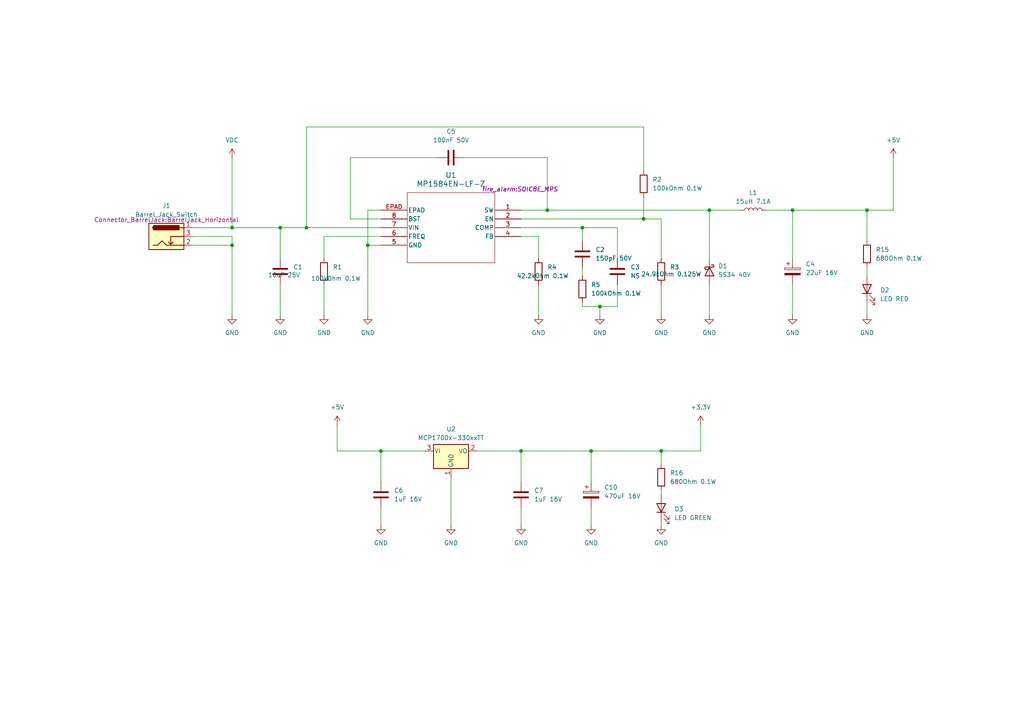
<source format=kicad_sch>
(kicad_sch (version 20250114) (generator "eeschema") (generator_version "9.0")
  (paper "A4")
  (lib_symbols
    (symbol "Connector:Barrel_Jack_Switch" (pin_names (hide yes))
      (property "Reference" "J" (at 0 5.334 0))
      (property "Value" "Barrel_Jack_Switch" (at 0 -5.08 0))
      (symbol "Barrel_Jack_Switch_0_1"
        (rectangle (start -5.08 3.81) (end 5.08 -3.81) (stroke (width 0.254)) (fill (type background)))
        (polyline (pts (xy -3.81 -2.54) (xy -2.54 -2.54) (xy -1.27 -1.27) (xy 0 -2.54) (xy 2.54 -2.54) (xy 5.08 -2.54)) (stroke (width 0.254)))
        (arc (start -3.302 1.905) (mid -3.9343 2.54) (end -3.302 3.175) (stroke (width 0.254)))
        (arc (start -3.302 1.905) (mid -3.9343 2.54) (end -3.302 3.175) (stroke (width 0.254)) (fill (type outline)))
        (polyline (pts (xy 1.27 -2.286) (xy 1.905 -1.651)) (stroke (width 0.254)))
        (rectangle (start 3.683 3.175) (end -3.302 1.905) (stroke (width 0.254)) (fill (type outline)))
        (polyline (pts (xy 5.08 2.54) (xy 3.81 2.54)) (stroke (width 0.254)))
        (polyline (pts (xy 5.08 0) (xy 1.27 0) (xy 1.27 -2.286) (xy 0.635 -1.651)) (stroke (width 0.254)))
      )
      (symbol "Barrel_Jack_Switch_1_1"
        (pin passive line (at 7.62 2.54 180) (length 2.54) (name "~") (number "1"))
        (pin passive line (at 7.62 0 180) (length 2.54) (name "~") (number "3"))
        (pin passive line (at 7.62 -2.54 180) (length 2.54) (name "~") (number "2"))
      )
    )
    (symbol "Device:C" (pin_numbers (hide yes)) (pin_names (offset 0.254))
      (property "Reference" "C" (at 0.635 2.54 0))
      (property "Value" "C" (at 0.635 -2.54 0))
      (symbol "C_0_1"
        (polyline (pts (xy -2.032 0.762) (xy 2.032 0.762)) (stroke (width 0.508)))
        (polyline (pts (xy -2.032 -0.762) (xy 2.032 -0.762)) (stroke (width 0.508)))
      )
      (symbol "C_1_1"
        (pin passive line (at 0 3.81 270) (length 2.794) (name "~") (number "1"))
        (pin passive line (at 0 -3.81 90) (length 2.794) (name "~") (number "2"))
      )
    )
    (symbol "Device:C_Polarized" (pin_numbers (hide yes)) (pin_names (offset 0.254))
      (property "Reference" "C" (at 0.635 2.54 0))
      (property "Value" "C_Polarized" (at 0.635 -2.54 0))
      (symbol "C_Polarized_0_1"
        (rectangle (start -2.286 0.508) (end 2.286 1.016))
        (polyline (pts (xy -1.778 2.286) (xy -0.762 2.286)))
        (polyline (pts (xy -1.27 2.794) (xy -1.27 1.778)))
        (rectangle (start 2.286 -0.508) (end -2.286 -1.016) (fill (type outline)))
      )
      (symbol "C_Polarized_1_1"
        (pin passive line (at 0 3.81 270) (length 2.794) (name "~") (number "1"))
        (pin passive line (at 0 -3.81 90) (length 2.794) (name "~") (number "2"))
      )
    )
    (symbol "Device:D_Schottky" (pin_numbers (hide yes)) (pin_names (offset 1.016) (hide yes))
      (property "Reference" "D" (at 0 2.54 0))
      (property "Value" "D_Schottky" (at 0 -2.54 0))
      (symbol "D_Schottky_0_1"
        (polyline (pts (xy -1.905 0.635) (xy -1.905 1.27) (xy -1.27 1.27) (xy -1.27 -1.27) (xy -0.635 -1.27) (xy -0.635 -0.635)) (stroke (width 0.254)))
        (polyline (pts (xy 1.27 1.27) (xy 1.27 -1.27) (xy -1.27 0) (xy 1.27 1.27)) (stroke (width 0.254)))
        (polyline (pts (xy 1.27 0) (xy -1.27 0)))
      )
      (symbol "D_Schottky_1_1"
        (pin passive line (at -3.81 0 0) (length 2.54) (name "K") (number "1"))
        (pin passive line (at 3.81 0 180) (length 2.54) (name "A") (number "2"))
      )
    )
    (symbol "Device:L" (pin_numbers (hide yes)) (pin_names (offset 1.016) (hide yes))
      (property "Reference" "L" (at -1.27 0 90))
      (property "Value" "L" (at 1.905 0 90))
      (symbol "L_0_1"
        (arc (start 0 2.54) (mid 0.6323 1.905) (end 0 1.27))
        (arc (start 0 1.27) (mid 0.6323 0.635) (end 0 0))
        (arc (start 0 0) (mid 0.6323 -0.635) (end 0 -1.27))
        (arc (start 0 -1.27) (mid 0.6323 -1.905) (end 0 -2.54))
      )
      (symbol "L_1_1"
        (pin passive line (at 0 3.81 270) (length 1.27) (name "1") (number "1"))
        (pin passive line (at 0 -3.81 90) (length 1.27) (name "2") (number "2"))
      )
    )
    (symbol "Device:LED" (pin_numbers (hide yes)) (pin_names (offset 1.016) (hide yes))
      (property "Reference" "D" (at 0 2.54 0))
      (property "Value" "LED" (at 0 -2.54 0))
      (symbol "LED_0_1"
        (polyline (pts (xy -3.048 -0.762) (xy -4.572 -2.286) (xy -3.81 -2.286) (xy -4.572 -2.286) (xy -4.572 -1.524)))
        (polyline (pts (xy -1.778 -0.762) (xy -3.302 -2.286) (xy -2.54 -2.286) (xy -3.302 -2.286) (xy -3.302 -1.524)))
        (polyline (pts (xy -1.27 0) (xy 1.27 0)))
        (polyline (pts (xy -1.27 -1.27) (xy -1.27 1.27)) (stroke (width 0.254)))
        (polyline (pts (xy 1.27 -1.27) (xy 1.27 1.27) (xy -1.27 0) (xy 1.27 -1.27)) (stroke (width 0.254)))
      )
      (symbol "LED_1_1"
        (pin passive line (at -3.81 0 0) (length 2.54) (name "K") (number "1"))
        (pin passive line (at 3.81 0 180) (length 2.54) (name "A") (number "2"))
      )
    )
    (symbol "Device:R" (pin_numbers (hide yes)) (pin_names (offset 0))
      (property "Reference" "R" (at 2.032 0 90))
      (property "Value" "R" (at 0 0 90))
      (symbol "R_0_1"
        (rectangle (start -1.016 -2.54) (end 1.016 2.54) (stroke (width 0.254)))
      )
      (symbol "R_1_1"
        (pin passive line (at 0 3.81 270) (length 1.27) (name "~") (number "1"))
        (pin passive line (at 0 -3.81 90) (length 1.27) (name "~") (number "2"))
      )
    )
    (symbol "Regulator_Linear:MCP1700x-330xxTT" (pin_names (offset 0.254))
      (property "Reference" "U" (at -3.81 3.175 0))
      (property "Value" "MCP1700x-330xxTT" (at 0 3.175 0))
      (symbol "MCP1700x-330xxTT_0_1"
        (rectangle (start -5.08 1.905) (end 5.08 -5.08) (stroke (width 0.254)) (fill (type background)))
      )
      (symbol "MCP1700x-330xxTT_1_1"
        (pin power_in line (at -7.62 0 0) (length 2.54) (name "VI") (number "3"))
        (pin power_in line (at 0 -7.62 90) (length 2.54) (name "GND") (number "1"))
        (pin power_out line (at 7.62 0 180) (length 2.54) (name "VO") (number "2"))
      )
    )
    (symbol "fire_alarm:MP1584EN-LF-Z" (pin_names (offset 0.254))
      (property "Reference" "U" (at 20.32 10.16 0))
      (property "Value" "MP1584EN-LF-Z" (at 20.32 7.62 0))
      (symbol "MP1584EN-LF-Z_0_1"
        (polyline (pts (xy 7.62 5.08) (xy 7.62 -15.24)) (stroke (width 0.127)))
        (polyline (pts (xy 7.62 -15.24) (xy 33.02 -15.24)) (stroke (width 0.127)))
        (polyline (pts (xy 33.02 5.08) (xy 7.62 5.08)) (stroke (width 0.127)))
        (polyline (pts (xy 33.02 -15.24) (xy 33.02 5.08)) (stroke (width 0.127)))
        (pin output line (at 0 0 0) (length 7.62) (name "SW") (number "1"))
        (pin input line (at 0 -2.54 0) (length 7.62) (name "EN") (number "2"))
        (pin output line (at 0 -5.08 0) (length 7.62) (name "COMP") (number "3"))
        (pin input line (at 0 -7.62 0) (length 7.62) (name "FB") (number "4"))
        (pin power_out line (at 40.64 0 180) (length 7.62) (name "EPAD") (number "EPAD"))
        (pin unspecified line (at 40.64 -2.54 180) (length 7.62) (name "BST") (number "8"))
        (pin power_in line (at 40.64 -5.08 180) (length 7.62) (name "VIN") (number "7"))
        (pin input line (at 40.64 -7.62 180) (length 7.62) (name "FREQ") (number "6"))
        (pin power_out line (at 40.64 -10.16 180) (length 7.62) (name "GND") (number "5"))
      )
    )
    (symbol "power:+3.3V" (power) (pin_numbers (hide yes)) (pin_names (offset 0) (hide yes))
      (property "Value" "+3.3V" (at 0 3.556 0))
      (symbol "+3.3V_0_1"
        (polyline (pts (xy -0.762 1.27) (xy 0 2.54)))
        (polyline (pts (xy 0 2.54) (xy 0.762 1.27)))
        (polyline (pts (xy 0 0) (xy 0 2.54)))
      )
      (symbol "+3.3V_1_1"
        (pin power_in line (at 0 0 90) (length 0) (name "~") (number "1"))
      )
    )
    (symbol "power:+5V" (power) (pin_numbers (hide yes)) (pin_names (offset 0) (hide yes))
      (property "Value" "+5V" (at 0 3.556 0))
      (symbol "+5V_0_1"
        (polyline (pts (xy -0.762 1.27) (xy 0 2.54)))
        (polyline (pts (xy 0 2.54) (xy 0.762 1.27)))
        (polyline (pts (xy 0 0) (xy 0 2.54)))
      )
      (symbol "+5V_1_1"
        (pin power_in line (at 0 0 90) (length 0) (name "~") (number "1"))
      )
    )
    (symbol "power:GND" (power) (pin_numbers (hide yes)) (pin_names (offset 0) (hide yes))
      (property "Value" "GND" (at 0 -3.81 0))
      (symbol "GND_0_1"
        (polyline (pts (xy 0 0) (xy 0 -1.27) (xy 1.27 -1.27) (xy 0 -2.54) (xy -1.27 -1.27) (xy 0 -1.27)))
      )
      (symbol "GND_1_1"
        (pin power_in line (at 0 0 270) (length 0) (name "~") (number "1"))
      )
    )
    (symbol "power:VDC" (power) (pin_numbers (hide yes)) (pin_names (offset 0) (hide yes))
      (property "Value" "VDC" (at 0 3.556 0))
      (symbol "VDC_0_1"
        (polyline (pts (xy -0.762 1.27) (xy 0 2.54)))
        (polyline (pts (xy 0 2.54) (xy 0.762 1.27)))
        (polyline (pts (xy 0 0) (xy 0 2.54)))
      )
      (symbol "VDC_1_1"
        (pin power_in line (at 0 0 90) (length 0) (name "~") (number "1"))
      )
    )
  )
  (junction (at 110.49 130.81))
  (junction (at 106.68 71.12))
  (junction (at 205.74 60.96))
  (junction (at 173.99 88.9))
  (junction (at 171.45 130.81))
  (junction (at 229.87 60.96))
  (junction (at 151.13 130.81))
  (junction (at 191.77 130.81))
  (junction (at 251.46 60.96))
  (junction (at 88.9 66.04))
  (junction (at 168.91 66.04))
  (junction (at 67.31 66.04))
  (junction (at 67.31 71.12))
  (junction (at 81.28 66.04))
  (junction (at 158.75 60.96))
  (junction (at 186.69 63.5))
  (wire (pts (xy 93.98 68.58) (xy 93.98 74.93)))
  (wire (pts (xy 171.45 130.81) (xy 171.45 139.7)))
  (wire (pts (xy 101.6 45.72) (xy 127 45.72)))
  (wire (pts (xy 151.13 66.04) (xy 168.91 66.04)))
  (wire (pts (xy 88.9 66.04) (xy 81.28 66.04)))
  (wire (pts (xy 156.21 82.55) (xy 156.21 91.44)))
  (wire (pts (xy 179.07 82.55) (xy 179.07 88.9)))
  (wire (pts (xy 251.46 60.96) (xy 251.46 69.85)))
  (wire (pts (xy 171.45 130.81) (xy 191.77 130.81)))
  (wire (pts (xy 205.74 60.96) (xy 205.74 74.93)))
  (wire (pts (xy 151.13 60.96) (xy 158.75 60.96)))
  (wire (pts (xy 67.31 71.12) (xy 67.31 91.44)))
  (wire (pts (xy 229.87 60.96) (xy 229.87 74.93)))
  (wire (pts (xy 222.25 60.96) (xy 229.87 60.96)))
  (wire (pts (xy 55.88 71.12) (xy 67.31 71.12)))
  (wire (pts (xy 168.91 87.63) (xy 168.91 88.9)))
  (wire (pts (xy 110.49 68.58) (xy 93.98 68.58)))
  (wire (pts (xy 97.79 130.81) (xy 110.49 130.81)))
  (wire (pts (xy 106.68 60.96) (xy 106.68 71.12)))
  (wire (pts (xy 168.91 66.04) (xy 168.91 69.85)))
  (wire (pts (xy 179.07 66.04) (xy 179.07 74.93)))
  (wire (pts (xy 205.74 60.96) (xy 214.63 60.96)))
  (wire (pts (xy 110.49 130.81) (xy 123.19 130.81)))
  (wire (pts (xy 229.87 60.96) (xy 251.46 60.96)))
  (wire (pts (xy 134.62 45.72) (xy 158.75 45.72)))
  (wire (pts (xy 203.2 130.81) (xy 191.77 130.81)))
  (wire (pts (xy 229.87 82.55) (xy 229.87 91.44)))
  (wire (pts (xy 151.13 147.32) (xy 151.13 152.4)))
  (wire (pts (xy 88.9 36.83) (xy 88.9 66.04)))
  (wire (pts (xy 67.31 45.72) (xy 67.31 66.04)))
  (wire (pts (xy 191.77 82.55) (xy 191.77 91.44)))
  (wire (pts (xy 168.91 77.47) (xy 168.91 80.01)))
  (wire (pts (xy 110.49 63.5) (xy 101.6 63.5)))
  (wire (pts (xy 110.49 130.81) (xy 110.49 139.7)))
  (wire (pts (xy 179.07 88.9) (xy 173.99 88.9)))
  (wire (pts (xy 151.13 63.5) (xy 186.69 63.5)))
  (wire (pts (xy 191.77 63.5) (xy 191.77 74.93)))
  (wire (pts (xy 251.46 87.63) (xy 251.46 91.44)))
  (wire (pts (xy 151.13 130.81) (xy 151.13 139.7)))
  (wire (pts (xy 151.13 130.81) (xy 171.45 130.81)))
  (wire (pts (xy 101.6 63.5) (xy 101.6 45.72)))
  (wire (pts (xy 191.77 143.51) (xy 191.77 142.24)))
  (wire (pts (xy 81.28 66.04) (xy 81.28 74.93)))
  (wire (pts (xy 191.77 151.13) (xy 191.77 152.4)))
  (wire (pts (xy 186.69 63.5) (xy 191.77 63.5)))
  (wire (pts (xy 110.49 60.96) (xy 106.68 60.96)))
  (wire (pts (xy 168.91 66.04) (xy 179.07 66.04)))
  (wire (pts (xy 205.74 82.55) (xy 205.74 91.44)))
  (wire (pts (xy 186.69 57.15) (xy 186.69 63.5)))
  (wire (pts (xy 158.75 60.96) (xy 205.74 60.96)))
  (wire (pts (xy 110.49 147.32) (xy 110.49 152.4)))
  (wire (pts (xy 171.45 147.32) (xy 171.45 152.4)))
  (wire (pts (xy 88.9 66.04) (xy 110.49 66.04)))
  (wire (pts (xy 106.68 71.12) (xy 106.68 91.44)))
  (wire (pts (xy 251.46 60.96) (xy 259.08 60.96)))
  (wire (pts (xy 173.99 88.9) (xy 173.99 91.44)))
  (wire (pts (xy 67.31 66.04) (xy 81.28 66.04)))
  (wire (pts (xy 191.77 134.62) (xy 191.77 130.81)))
  (wire (pts (xy 203.2 123.19) (xy 203.2 130.81)))
  (wire (pts (xy 138.43 130.81) (xy 151.13 130.81)))
  (wire (pts (xy 110.49 71.12) (xy 106.68 71.12)))
  (wire (pts (xy 55.88 68.58) (xy 67.31 68.58)))
  (wire (pts (xy 88.9 36.83) (xy 186.69 36.83)))
  (wire (pts (xy 151.13 68.58) (xy 156.21 68.58)))
  (wire (pts (xy 93.98 82.55) (xy 93.98 91.44)))
  (wire (pts (xy 156.21 68.58) (xy 156.21 74.93)))
  (wire (pts (xy 168.91 88.9) (xy 173.99 88.9)))
  (wire (pts (xy 97.79 123.19) (xy 97.79 130.81)))
  (wire (pts (xy 158.75 45.72) (xy 158.75 60.96)))
  (wire (pts (xy 251.46 77.47) (xy 251.46 80.01)))
  (wire (pts (xy 259.08 60.96) (xy 259.08 45.72)))
  (wire (pts (xy 130.81 138.43) (xy 130.81 152.4)))
  (wire (pts (xy 81.28 82.55) (xy 81.28 91.44)))
  (wire (pts (xy 55.88 66.04) (xy 67.31 66.04)))
  (wire (pts (xy 186.69 36.83) (xy 186.69 49.53)))
  (wire (pts (xy 67.31 68.58) (xy 67.31 71.12)))
  (symbol (lib_id "power:GND") (at 191.77 152.4 0) (unit 1)
    (property "Reference" "#PWR033" (effects (hide yes)))
    (property "Value" "GND" (at 191.77 157.48 0))
    (property "Description" "Power symbol creates a global label with name \"GND\" , ground" (effects (hide yes)))
  )
  (symbol (lib_id "power:GND") (at 191.77 91.44 0) (unit 1)
    (property "Reference" "#PWR05" (effects (hide yes)))
    (property "Value" "GND" (at 191.77 96.52 0))
    (property "Description" "Power symbol creates a global label with name \"GND\" , ground" (effects (hide yes)))
  )
  (symbol (lib_id "Device:R") (at 168.91 83.82 0) (unit 1)
    (property "Reference" "R5" (at 171.45 82.5499 0) (effects (justify left)))
    (property "Value" "100kOhm 0.1W" (at 171.45 85.09 0) (effects (justify left)))
    (property "Footprint" "Resistor_SMD:R_0603_1608Metric_Pad0.98x0.95mm_HandSolder" (effects (hide yes)))
    (property "Description" "Resistor" (effects (hide yes)))
  )
  (symbol (lib_id "power:+3.3V") (at 203.2 123.19 0) (unit 1)
    (property "Reference" "#PWR015" (effects (hide yes)))
    (property "Value" "+3.3V" (at 203.2 118.11 0))
    (property "Description" "Power symbol creates a global label with name \"+3.3V\"" (effects (hide yes)))
  )
  (symbol (lib_id "Device:C") (at 81.28 78.74 0) (unit 1)
    (property "Reference" "C1" (at 85.09 77.4699 0) (effects (justify left)))
    (property "Value" "10uF 25V" (at 77.724 79.756 0) (effects (justify left)))
    (property "Footprint" "Capacitor_SMD:C_0603_1608Metric_Pad1.08x0.95mm_HandSolder" (effects (hide yes)))
    (property "Description" "Unpolarized capacitor" (effects (hide yes)))
  )
  (symbol (lib_id "power:GND") (at 151.13 152.4 0) (unit 1)
    (property "Reference" "#PWR014" (effects (hide yes)))
    (property "Value" "GND" (at 151.13 157.48 0))
    (property "Description" "Power symbol creates a global label with name \"GND\" , ground" (effects (hide yes)))
  )
  (symbol (lib_id "power:GND") (at 130.81 152.4 0) (unit 1)
    (property "Reference" "#PWR011" (effects (hide yes)))
    (property "Value" "GND" (at 130.81 157.48 0))
    (property "Description" "Power symbol creates a global label with name \"GND\" , ground" (effects (hide yes)))
  )
  (symbol (lib_id "power:+5V") (at 97.79 123.19 0) (unit 1)
    (property "Reference" "#PWR013" (effects (hide yes)))
    (property "Value" "+5V" (at 97.79 118.11 0))
    (property "Description" "Power symbol creates a global label with name \"+5V\"" (effects (hide yes)))
  )
  (symbol (lib_id "Device:R") (at 186.69 53.34 0) (unit 1)
    (property "Reference" "R2" (at 189.23 52.0699 0) (effects (justify left)))
    (property "Value" "100kOhm 0.1W" (at 189.23 54.6099 0) (effects (justify left)))
    (property "Footprint" "Resistor_SMD:R_0603_1608Metric_Pad0.98x0.95mm_HandSolder" (effects (hide yes)))
    (property "Description" "Resistor" (effects (hide yes)))
  )
  (symbol (lib_id "Device:R") (at 93.98 78.74 0) (unit 1)
    (property "Reference" "R1" (at 96.52 77.4699 0) (effects (justify left)))
    (property "Value" "100kOhm 0.1W" (at 90.17 80.772 0) (effects (justify left)))
    (property "Footprint" "Resistor_SMD:R_0603_1608Metric_Pad0.98x0.95mm_HandSolder" (effects (hide yes)))
    (property "Description" "Resistor" (effects (hide yes)))
  )
  (symbol (lib_id "Device:C") (at 130.81 45.72 90) (unit 1)
    (property "Reference" "C5" (at 130.81 38.1 90))
    (property "Value" "100nF 50V" (at 130.81 40.64 90))
    (property "Footprint" "Capacitor_SMD:C_0603_1608Metric_Pad1.08x0.95mm_HandSolder" (effects (hide yes)))
    (property "Description" "Unpolarized capacitor" (effects (hide yes)))
  )
  (symbol (lib_id "power:GND") (at 173.99 91.44 0) (unit 1)
    (property "Reference" "#PWR08" (effects (hide yes)))
    (property "Value" "GND" (at 173.99 96.52 0))
    (property "Description" "Power symbol creates a global label with name \"GND\" , ground" (effects (hide yes)))
  )
  (symbol (lib_id "power:GND") (at 171.45 152.4 0) (unit 1)
    (property "Reference" "#PWR021" (effects (hide yes)))
    (property "Value" "GND" (at 171.45 157.48 0))
    (property "Description" "Power symbol creates a global label with name \"GND\" , ground" (effects (hide yes)))
  )
  (symbol (lib_id "Device:D_Schottky") (at 205.74 78.74 270) (unit 1)
    (property "Reference" "D1" (at 208.28 77.1524 90) (effects (justify left)))
    (property "Value" "SS34 40V" (at 208.28 79.6924 90) (effects (justify left)))
    (property "Footprint" "Diode_SMD:D_SMA_Handsoldering" (effects (hide yes)))
    (property "Description" "Schottky diode" (effects (hide yes)))
  )
  (symbol (lib_id "Device:LED") (at 251.46 83.82 90) (unit 1)
    (property "Reference" "D2" (at 255.27 84.1374 90) (effects (justify right)))
    (property "Value" "LED RED" (at 255.27 86.6774 90) (effects (justify right)))
    (property "Footprint" "LED_SMD:LED_0805_2012Metric_Pad1.15x1.40mm_HandSolder" (effects (hide yes)))
    (property "Description" "Light emitting diode" (effects (hide yes)))
    (property "Sim.Pins" "1=K 2=A" (effects (hide yes)))
  )
  (symbol (lib_id "Device:C_Polarized") (at 171.45 143.51 0) (unit 1)
    (property "Reference" "C10" (at 175.26 141.3509 0) (effects (justify left)))
    (property "Value" "470uF 16V" (at 175.26 143.8909 0) (effects (justify left)))
    (property "Footprint" "Capacitor_SMD:CP_Elec_8x10.5" (effects (hide yes)))
    (property "Description" "Polarized capacitor" (effects (hide yes)))
  )
  (symbol (lib_id "power:GND") (at 106.68 91.44 0) (unit 1)
    (property "Reference" "#PWR03" (effects (hide yes)))
    (property "Value" "GND" (at 106.68 96.52 0))
    (property "Description" "Power symbol creates a global label with name \"GND\" , ground" (effects (hide yes)))
  )
  (symbol (lib_id "power:+5V") (at 259.08 45.72 0) (unit 1)
    (property "Reference" "#PWR010" (effects (hide yes)))
    (property "Value" "+5V" (at 259.08 40.64 0))
    (property "Description" "Power symbol creates a global label with name \"+5V\"" (effects (hide yes)))
  )
  (symbol (lib_id "Device:R") (at 251.46 73.66 0) (unit 1)
    (property "Reference" "R15" (at 254 72.3899 0) (effects (justify left)))
    (property "Value" "680Ohm 0.1W" (at 254 74.9299 0) (effects (justify left)))
    (property "Footprint" "Resistor_SMD:R_0603_1608Metric_Pad0.98x0.95mm_HandSolder" (effects (hide yes)))
    (property "Description" "Resistor" (effects (hide yes)))
  )
  (symbol (lib_id "Connector:Barrel_Jack_Switch") (at 48.26 68.58 0) (unit 1)
    (property "Reference" "J1" (at 48.26 59.69 0))
    (property "Value" "Barrel_Jack_Switch" (at 48.26 62.23 0))
    (property "Footprint" "Connector_BarrelJack:BarrelJack_Horizontal" (at 48.26 63.754 0))
    (property "Description" "DC Barrel Jack with an internal switch" (effects (hide yes)))
  )
  (symbol (lib_id "power:GND") (at 110.49 152.4 0) (unit 1)
    (property "Reference" "#PWR012" (effects (hide yes)))
    (property "Value" "GND" (at 110.49 157.48 0))
    (property "Description" "Power symbol creates a global label with name \"GND\" , ground" (effects (hide yes)))
  )
  (symbol (lib_id "Device:LED") (at 191.77 147.32 90) (unit 1)
    (property "Reference" "D3" (at 195.58 147.6374 90) (effects (justify right)))
    (property "Value" "LED GREEN" (at 195.58 150.1774 90) (effects (justify right)))
    (property "Footprint" "LED_SMD:LED_0805_2012Metric_Pad1.15x1.40mm_HandSolder" (effects (hide yes)))
    (property "Description" "Light emitting diode" (effects (hide yes)))
    (property "Sim.Pins" "1=K 2=A" (effects (hide yes)))
  )
  (symbol (lib_id "Device:L") (at 218.44 60.96 90) (unit 1)
    (property "Reference" "L1" (at 218.44 55.88 90))
    (property "Value" "15uH 7.1A" (at 218.44 58.42 90))
    (property "Footprint" "Inductor_SMD:L_12x12mm_H8mm" (effects (hide yes)))
    (property "Description" "Inductor" (effects (hide yes)))
  )
  (symbol (lib_id "power:GND") (at 205.74 91.44 0) (unit 1)
    (property "Reference" "#PWR06" (effects (hide yes)))
    (property "Value" "GND" (at 205.74 96.52 0))
    (property "Description" "Power symbol creates a global label with name \"GND\" , ground" (effects (hide yes)))
  )
  (symbol (lib_id "power:VDC") (at 67.31 45.72 0) (unit 1)
    (property "Reference" "#PWR016" (effects (hide yes)))
    (property "Value" "VDC" (at 67.31 40.64 0))
    (property "Description" "Power symbol creates a global label with name \"VDC\"" (effects (hide yes)))
  )
  (symbol (lib_id "Device:R") (at 191.77 78.74 0) (unit 1)
    (property "Reference" "R3" (at 194.31 77.4699 0) (effects (justify left)))
    (property "Value" "24.9kOhm 0.125W" (at 185.928 79.502 0) (effects (justify left)))
    (property "Footprint" "Resistor_SMD:R_0805_2012Metric_Pad1.20x1.40mm_HandSolder" (effects (hide yes)))
    (property "Description" "Resistor" (effects (hide yes)))
  )
  (symbol (lib_id "Device:R") (at 191.77 138.43 0) (unit 1)
    (property "Reference" "R16" (at 194.31 137.1599 0) (effects (justify left)))
    (property "Value" "680Ohm 0.1W" (at 194.31 139.6999 0) (effects (justify left)))
    (property "Footprint" "Resistor_SMD:R_0603_1608Metric_Pad0.98x0.95mm_HandSolder" (effects (hide yes)))
    (property "Description" "Resistor" (effects (hide yes)))
  )
  (symbol (lib_id "power:GND") (at 93.98 91.44 0) (unit 1)
    (property "Reference" "#PWR04" (effects (hide yes)))
    (property "Value" "GND" (at 93.98 96.52 0))
    (property "Description" "Power symbol creates a global label with name \"GND\" , ground" (effects (hide yes)))
  )
  (symbol (lib_id "fire_alarm:MP1584EN-LF-Z") (at 151.13 60.96 0) (mirror y) (unit 1)
    (property "Reference" "U1" (at 130.81 50.8 0) (effects (font (size 1.524 1.524))))
    (property "Value" "MP1584EN-LF-Z" (at 130.81 53.34 0) (effects (font (size 1.524 1.524))))
    (property "Footprint" "fire_alarm:SOIC8E_MPS" (at 150.876 54.864 0) (effects (font (italic yes))))
    (property "Datasheet" "kicad-embed://MP1584EN-LF-Z.pdf" (effects (hide yes)))
  )
  (symbol (lib_id "power:GND") (at 251.46 91.44 0) (unit 1)
    (property "Reference" "#PWR032" (effects (hide yes)))
    (property "Value" "GND" (at 251.46 96.52 0))
    (property "Description" "Power symbol creates a global label with name \"GND\" , ground" (effects (hide yes)))
  )
  (symbol (lib_id "Device:C_Polarized") (at 229.87 78.74 0) (unit 1)
    (property "Reference" "C4" (at 233.68 76.5809 0) (effects (justify left)))
    (property "Value" "22uF 16V" (at 233.68 79.1209 0) (effects (justify left)))
    (property "Footprint" "Capacitor_SMD:CP_Elec_4x5.4" (effects (hide yes)))
    (property "Description" "Polarized capacitor" (effects (hide yes)))
  )
  (symbol (lib_id "power:GND") (at 81.28 91.44 0) (unit 1)
    (property "Reference" "#PWR02" (effects (hide yes)))
    (property "Value" "GND" (at 81.28 96.52 0))
    (property "Description" "Power symbol creates a global label with name \"GND\" , ground" (effects (hide yes)))
  )
  (symbol (lib_id "Device:C") (at 168.91 73.66 0) (unit 1)
    (property "Reference" "C2" (at 172.72 72.3899 0) (effects (justify left)))
    (property "Value" "150pF 50V" (at 172.72 74.9299 0) (effects (justify left)))
    (property "Footprint" "Capacitor_SMD:C_0603_1608Metric_Pad1.08x0.95mm_HandSolder" (effects (hide yes)))
    (property "Description" "Unpolarized capacitor" (effects (hide yes)))
  )
  (symbol (lib_id "power:GND") (at 156.21 91.44 0) (unit 1)
    (property "Reference" "#PWR07" (effects (hide yes)))
    (property "Value" "GND" (at 156.21 96.52 0))
    (property "Description" "Power symbol creates a global label with name \"GND\" , ground" (effects (hide yes)))
  )
  (symbol (lib_id "power:GND") (at 67.31 91.44 0) (unit 1)
    (property "Reference" "#PWR01" (effects (hide yes)))
    (property "Value" "GND" (at 67.31 96.52 0))
    (property "Description" "Power symbol creates a global label with name \"GND\" , ground" (effects (hide yes)))
  )
  (symbol (lib_id "Device:C") (at 151.13 143.51 0) (unit 1)
    (property "Reference" "C7" (at 154.94 142.2399 0) (effects (justify left)))
    (property "Value" "1uF 16V" (at 154.94 144.7799 0) (effects (justify left)))
    (property "Footprint" "Capacitor_SMD:C_0603_1608Metric_Pad1.08x0.95mm_HandSolder" (effects (hide yes)))
    (property "Description" "Unpolarized capacitor" (effects (hide yes)))
  )
  (symbol (lib_id "Device:R") (at 156.21 78.74 0) (unit 1)
    (property "Reference" "R4" (at 158.75 77.4699 0) (effects (justify left)))
    (property "Value" "42.2kOhm 0.1W" (at 149.86 80.01 0) (effects (justify left)))
    (property "Footprint" "Resistor_SMD:R_0603_1608Metric_Pad0.98x0.95mm_HandSolder" (effects (hide yes)))
    (property "Description" "Resistor" (effects (hide yes)))
  )
  (symbol (lib_id "Device:C") (at 179.07 78.74 0) (unit 1)
    (property "Reference" "C3" (at 182.88 77.4699 0) (effects (justify left)))
    (property "Value" "NS" (at 182.88 80.0099 0) (effects (justify left)))
    (property "Description" "Unpolarized capacitor" (effects (hide yes)))
  )
  (symbol (lib_id "Device:C") (at 110.49 143.51 0) (unit 1)
    (property "Reference" "C6" (at 114.3 142.2399 0) (effects (justify left)))
    (property "Value" "1uF 16V" (at 114.3 144.7799 0) (effects (justify left)))
    (property "Footprint" "Capacitor_SMD:C_0603_1608Metric_Pad1.08x0.95mm_HandSolder" (effects (hide yes)))
    (property "Description" "Unpolarized capacitor" (effects (hide yes)))
  )
  (symbol (lib_id "power:GND") (at 229.87 91.44 0) (unit 1)
    (property "Reference" "#PWR09" (effects (hide yes)))
    (property "Value" "GND" (at 229.87 96.52 0))
    (property "Description" "Power symbol creates a global label with name \"GND\" , ground" (effects (hide yes)))
  )
  (symbol (lib_id "Regulator_Linear:MCP1700x-330xxTT") (at 130.81 130.81 0) (unit 1)
    (property "Reference" "U2" (at 130.81 124.46 0))
    (property "Value" "MCP1700x-330xxTT" (at 130.81 127 0))
    (property "Footprint" "Package_TO_SOT_SMD:SOT-23" (effects (hide yes)))
    (property "Datasheet" "http://ww1.microchip.com/downloads/en/DeviceDoc/20001826D.pdf" (effects (hide yes)))
    (property "Description" "250mA Low Quiscent Current LDO, 3.3V output, SOT-23" (effects (hide yes)))
  )
)
</source>
